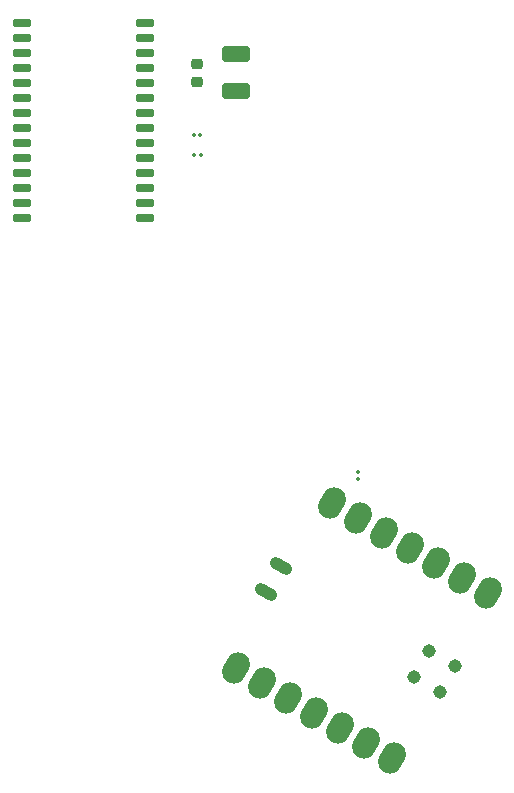
<source format=gbr>
%TF.GenerationSoftware,KiCad,Pcbnew,7.0.10-7.0.10~ubuntu22.04.1*%
%TF.CreationDate,2025-04-20T11:35:09+07:00*%
%TF.ProjectId,Catancenter,43617461-6e63-4656-9e74-65722e6b6963,rev?*%
%TF.SameCoordinates,Original*%
%TF.FileFunction,Paste,Bot*%
%TF.FilePolarity,Positive*%
%FSLAX46Y46*%
G04 Gerber Fmt 4.6, Leading zero omitted, Abs format (unit mm)*
G04 Created by KiCad (PCBNEW 7.0.10-7.0.10~ubuntu22.04.1) date 2025-04-20 11:35:09*
%MOMM*%
%LPD*%
G01*
G04 APERTURE LIST*
G04 Aperture macros list*
%AMRoundRect*
0 Rectangle with rounded corners*
0 $1 Rounding radius*
0 $2 $3 $4 $5 $6 $7 $8 $9 X,Y pos of 4 corners*
0 Add a 4 corners polygon primitive as box body*
4,1,4,$2,$3,$4,$5,$6,$7,$8,$9,$2,$3,0*
0 Add four circle primitives for the rounded corners*
1,1,$1+$1,$2,$3*
1,1,$1+$1,$4,$5*
1,1,$1+$1,$6,$7*
1,1,$1+$1,$8,$9*
0 Add four rect primitives between the rounded corners*
20,1,$1+$1,$2,$3,$4,$5,0*
20,1,$1+$1,$4,$5,$6,$7,0*
20,1,$1+$1,$6,$7,$8,$9,0*
20,1,$1+$1,$8,$9,$2,$3,0*%
%AMHorizOval*
0 Thick line with rounded ends*
0 $1 width*
0 $2 $3 position (X,Y) of the first rounded end (center of the circle)*
0 $4 $5 position (X,Y) of the second rounded end (center of the circle)*
0 Add line between two ends*
20,1,$1,$2,$3,$4,$5,0*
0 Add two circle primitives to create the rounded ends*
1,1,$1,$2,$3*
1,1,$1,$4,$5*%
G04 Aperture macros list end*
%ADD10RoundRect,0.067500X-0.067500X0.067500X-0.067500X-0.067500X0.067500X-0.067500X0.067500X0.067500X0*%
%ADD11RoundRect,0.067500X0.067500X0.067500X-0.067500X0.067500X-0.067500X-0.067500X0.067500X-0.067500X0*%
%ADD12HorizOval,1.998980X0.187325X0.324456X-0.187325X-0.324456X0*%
%ADD13HorizOval,1.016000X0.439941X-0.254000X-0.439941X0.254000X0*%
%ADD14C,1.143000*%
%ADD15RoundRect,0.150000X0.650000X0.150000X-0.650000X0.150000X-0.650000X-0.150000X0.650000X-0.150000X0*%
%ADD16RoundRect,0.225000X0.250000X-0.225000X0.250000X0.225000X-0.250000X0.225000X-0.250000X-0.225000X0*%
%ADD17RoundRect,0.250000X0.925000X-0.412500X0.925000X0.412500X-0.925000X0.412500X-0.925000X-0.412500X0*%
G04 APERTURE END LIST*
D10*
%TO.C,R3*%
X107365800Y-81720200D03*
X107365800Y-82270200D03*
%TD*%
D11*
%TO.C,R1*%
X93971200Y-53162200D03*
X93421200Y-53162200D03*
%TD*%
D12*
%TO.C,U3*%
X110227379Y-105943562D03*
X108027675Y-104673562D03*
X105827970Y-103403562D03*
X103628266Y-102133562D03*
X101428561Y-100863562D03*
X99228857Y-99593562D03*
X97029152Y-98323562D03*
X105111432Y-84324642D03*
X107311137Y-85594642D03*
X109510841Y-86864642D03*
X111710546Y-88134642D03*
X113910250Y-89404642D03*
X116109955Y-90674642D03*
X118309659Y-91944642D03*
D13*
X99529173Y-91837759D03*
X100804173Y-89629395D03*
D14*
X114254632Y-100340890D03*
X115524632Y-98141185D03*
X112054928Y-99070890D03*
X113324928Y-96871185D03*
%TD*%
D15*
%TO.C,U1*%
X89317000Y-43637200D03*
X89317000Y-44907200D03*
X89317000Y-46177200D03*
X89317000Y-47447200D03*
X89317000Y-48717200D03*
X89317000Y-49987200D03*
X89317000Y-51257200D03*
X89317000Y-52527200D03*
X89317000Y-53797200D03*
X89317000Y-55067200D03*
X89317000Y-56337200D03*
X89317000Y-57607200D03*
X89317000Y-58877200D03*
X89317000Y-60147200D03*
X78867000Y-60147200D03*
X78867000Y-58877200D03*
X78867000Y-57607200D03*
X78867000Y-56337200D03*
X78867000Y-55067200D03*
X78867000Y-53797200D03*
X78867000Y-52527200D03*
X78867000Y-51257200D03*
X78867000Y-49987200D03*
X78867000Y-48717200D03*
X78867000Y-47447200D03*
X78867000Y-46177200D03*
X78867000Y-44907200D03*
X78867000Y-43637200D03*
%TD*%
D16*
%TO.C,C1*%
X93726000Y-48654000D03*
X93726000Y-47104000D03*
%TD*%
D11*
%TO.C,R2*%
X94026400Y-54838600D03*
X93476400Y-54838600D03*
%TD*%
D17*
%TO.C,C2*%
X96977200Y-49403000D03*
X96977200Y-46328000D03*
%TD*%
M02*

</source>
